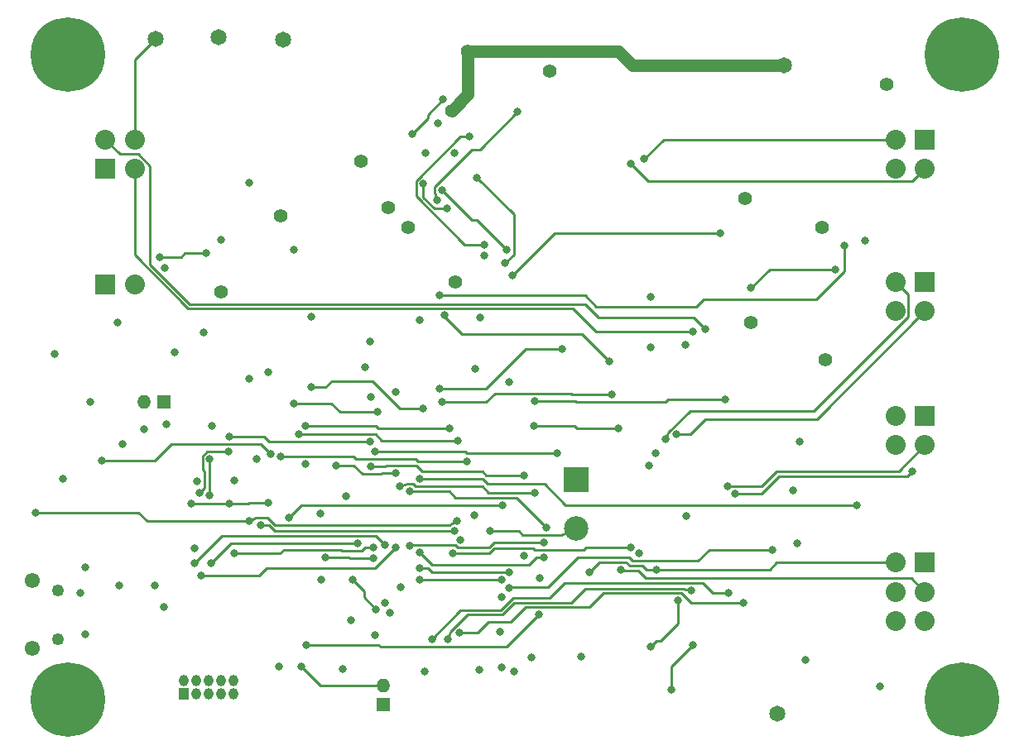
<source format=gbl>
*
*
G04 PADS VX.1.1 Build Number: 678707 generated Gerber (RS-274-X) file*
G04 PC Version=2.1*
*
%IN "pCO2SensorBoard1_4_3.pc"*%
*
%MOIN*%
*
%FSLAX35Y35*%
*
*
*
*
G04 PC Standard Apertures*
*
*
G04 Thermal Relief Aperture macro.*
%AMTER*
1,1,$1,0,0*
1,0,$1-$2,0,0*
21,0,$3,$4,0,0,45*
21,0,$3,$4,0,0,135*
%
*
*
G04 Annular Aperture macro.*
%AMANN*
1,1,$1,0,0*
1,0,$2,0,0*
%
*
*
G04 Odd Aperture macro.*
%AMODD*
1,1,$1,0,0*
1,0,$1-0.005,0,0*
%
*
*
G04 PC Custom Aperture Macros*
*
*
*
*
*
*
G04 PC Aperture Table*
*
%ADD011C,0.01*%
%ADD015R,0.08X0.08*%
%ADD016C,0.08*%
%ADD034R,0.055X0.055*%
%ADD043C,0.05*%
%ADD065C,0.055*%
%ADD087C,0.001*%
%ADD098C,0.04921*%
%ADD099C,0.06102*%
%ADD101O,0.055X0.055*%
%ADD236C,0.065*%
%ADD297C,0.09843*%
%ADD298R,0.09843X0.09843*%
%ADD299C,0.033*%
%ADD327R,0.0398X0.04528*%
%ADD328O,0.0398X0.04528*%
%ADD497C,0.3*%
*
*
*
*
G04 PC Circuitry*
G04 Layer Name pCO2SensorBoard1_4_3.pc - circuitry*
%LPD*%
*
*
G04 PC Custom Flashes*
G04 Layer Name pCO2SensorBoard1_4_3.pc - flashes*
%LPD*%
*
*
G04 PC Circuitry*
G04 Layer Name pCO2SensorBoard1_4_3.pc - circuitry*
%LPD*%
*
G54D11*
G01X247000Y125900D02*
X221600D01*
X214000Y133500*
X363000Y124000D02*
Y133500D01*
X371500Y142000*
X266500Y144500D02*
X278000Y156000D01*
X294135*
X299135Y161000*
X313740*
X319740Y167000*
X273000Y144500D02*
X273894Y147495D01*
X280727Y154328*
X294777*
X299549Y159100*
X322678*
X328178Y164600*
X368031*
X277500Y147000D02*
X284824D01*
X289324Y151500*
X298305*
X304305Y157500*
X330006*
X335506Y163000*
X366985*
X309500Y154500D02*
X296500Y141500D01*
X245574*
X245074Y142000*
X216000*
X354500Y141500D02*
X356722Y143722D01*
X358551*
X365500Y150672*
Y160000*
X244000Y156500D02*
X239250Y161250D01*
Y163750*
X234500Y168500*
X297500Y165000D02*
X298000Y165500D01*
X313289*
X325289Y177500*
X345739*
X371000Y164000D02*
Y164500D01*
X368131*
X368031Y164600*
X386000Y163000D02*
X379676D01*
X375676Y167000*
X319740*
X392000Y159000D02*
X370985D01*
X366985Y163000*
X465000Y163500D02*
X459500Y169000D01*
X352500*
X349500Y172000*
X342500*
Y172500*
X187000Y179000D02*
X205324D01*
X206824Y180500*
X229750*
X177500Y175000D02*
X185500Y183000D01*
X236500*
X173500Y170000D02*
X197000D01*
X200000Y173000*
X243500*
X252000Y181500*
X171000Y175000D02*
X182000Y186000D01*
X244000*
X238176Y180000D02*
X239676Y181500D01*
X243000*
X238176Y180000D02*
X230250D01*
X229750Y180500*
X247500Y182500D02*
X244000Y186000D01*
X243000Y177000D02*
X233500D01*
X233000Y177500*
X223500*
X257500Y182000D02*
Y182500D01*
X275750*
X261500Y168500D02*
X294500D01*
X289574Y181500D02*
X291574Y183500D01*
X311500*
X289574Y181500D02*
X276750D01*
X275750Y182500*
X275500Y188000D02*
X203211D01*
X200711Y190500*
X197500*
X275000Y179000D02*
X289574D01*
X291574Y181000*
X307250*
X305426Y174500D02*
X308426Y177500D01*
X311500*
X305426Y174500D02*
X266500D01*
X261500Y179500*
X297500Y171500D02*
X266494D01*
X264994Y173000*
X261500*
X324500Y189157D02*
X318642Y186500D01*
X303000*
X301500Y188000*
X290000*
X327676Y180500D02*
X328676Y181500D01*
X346500*
X327676Y180500D02*
X307750D01*
X307250Y181000*
X330000Y171500D02*
X334000Y175500D01*
X344539*
X357000Y172500D02*
X352756D01*
X351256Y174000*
X346039*
X344539Y175500*
X357000Y172500D02*
X402525D01*
X405325Y175300*
X453200*
X373676Y176000D02*
X347239D01*
X345739Y177500*
X373676Y176000D02*
X378176Y180500D01*
X403500*
X169500Y199000D02*
X185000D01*
X174945Y205445D02*
Y212055D01*
X174100Y212900*
Y218201*
X177000Y202500D02*
Y217000D01*
X173000Y203500D02*
X174945Y205445D01*
X185000Y199000D02*
X192500D01*
X193000Y199500*
X200500*
X209000Y193500D02*
X214000Y198500D01*
X295000*
X193000Y192000D02*
X195389Y193500D01*
X200211*
X193000Y192000D02*
X151750D01*
X148250Y195500*
X107000*
X253500Y206000D02*
X256389Y207000D01*
X259000*
X273782Y190500D02*
X273984Y190702D01*
X276373Y192202*
X273782Y190500D02*
X203211D01*
X200211Y193500*
X276500Y192000D02*
X276373Y192202D01*
X308000Y203500D02*
X289297D01*
X286797Y206000*
X260000*
X259000Y207000*
X312500Y189500D02*
X300500Y201500D01*
X275892*
X273392Y204000*
X257500*
X385500Y206000D02*
X399074D01*
X405074Y212000*
X454400*
X465000Y222600*
X388500Y203000D02*
X399074D01*
X406074Y210000*
X458000*
X460000Y212000*
X437500Y198500D02*
X320273D01*
X311773Y207000*
X288797*
X286797Y209000*
X261500*
X133500Y216500D02*
X154869D01*
X161369Y223000*
X197500*
X174100Y218201D02*
X175899Y220000D01*
X184500*
X201500Y219000D02*
X197500Y223000D01*
X245926Y211000D02*
X246426Y211500D01*
X252000*
X245926Y211000D02*
X238500D01*
X235000Y214500*
X228000*
X241500Y224000D02*
X200824D01*
X198824Y226000*
X185000*
X242000Y214000D02*
X247574D01*
X248074Y214500*
X260132*
X280500Y216000D02*
X260926D01*
X259926Y217000*
X236000*
X235000Y218000*
X205500*
X277000Y224500D02*
X246250D01*
X243750Y227000*
X213000*
X303500Y210500D02*
X288297D01*
X286797Y212000*
X262632*
X260132Y214500*
X317000Y219500D02*
X280500D01*
X280000Y220000*
X243500*
X360500Y225000D02*
X361644Y227745D01*
X370399Y236500*
X420312*
X458300Y274488*
X365000Y227000D02*
X370574D01*
X376574Y233000*
X421400*
X465000Y276600*
X218000Y246000D02*
X223574D01*
X226074Y248500*
X242500*
X244500Y236000D02*
X229500D01*
X226000Y239500*
X211000*
X263000Y237500D02*
X253500D01*
X242500Y248500*
X269500Y245500D02*
X288324D01*
X304324Y261500*
X319000*
X273500Y229500D02*
X245000D01*
X244000Y230500*
X215500*
X270500Y240000D02*
X288324D01*
X291824Y243500*
X322426*
X341500Y229500D02*
X325000D01*
X324000Y230500*
X307500*
X339000Y243000D02*
X322926D01*
X322426Y243500*
X360426Y240000D02*
X361426Y241000D01*
X384500*
X360426Y240000D02*
X324574D01*
X324074Y240500*
X308000*
X338000Y256500D02*
X327000Y267500D01*
X278399*
X271199Y274699*
X271500Y275000*
X372750Y278500D02*
X375750Y281500D01*
X421101*
X432500Y292899*
Y303000*
X372750Y278500D02*
X332541D01*
X328041Y283000*
X269500*
X371500Y268500D02*
X332520D01*
X323120Y277900*
X168236*
X146800Y299336*
Y334100*
X376500Y269500D02*
X372000Y274000D01*
X333541*
X328041Y279500*
X168899*
X153000Y295399*
Y335112*
X148112Y340000*
X140900*
X135000Y345900*
X395000Y286000D02*
X402500Y293500D01*
X429000*
X458300Y274488D02*
Y283300D01*
X453200Y288400*
X157000Y298500D02*
X165500D01*
X167000Y300000*
X175500*
X287500Y303500D02*
X279636D01*
X260100Y323036*
Y329201*
X299400Y299400D02*
Y315600D01*
X284500Y330500*
X299000Y291000D02*
X316000Y308000D01*
X382500*
X296500Y301500D02*
X284500Y313500D01*
X282500*
X270500Y325500*
X296000Y296000D02*
X299400Y299400D01*
X268000Y321000D02*
Y323824D01*
X267500Y324324*
Y326601*
X268000Y321000D02*
X268500D01*
Y321500*
X267500Y326601D02*
X282627Y341728D01*
X285728*
X301000Y357000*
X272500Y318000D02*
X267399D01*
X263000Y322399*
Y328000*
X146800Y345900D02*
Y378000D01*
X155200Y386400*
X260100Y329201D02*
X277899Y347000D01*
X281500*
X258500Y348000D02*
X264750Y354250D01*
Y355750*
X271000Y362000*
X352000Y338000D02*
X359900Y345900D01*
X453200*
X465000Y334100D02*
X459900Y329000D01*
X353500*
X346500Y336000*
G54D15*
X465000Y234400D03*
X135000Y334100D03*
Y287500D03*
X465000Y288400D03*
Y345900D03*
Y175300D03*
G54D16*
X453200Y234400D03*
X465000Y222600D03*
X453200D03*
X146800Y334100D03*
X135000Y345900D03*
X146800D03*
Y287500D03*
X453200Y288400D03*
X465000Y276600D03*
X453200D03*
Y345900D03*
X465000Y334100D03*
X453200D03*
Y175300D03*
X465000Y163500D03*
X453200D03*
X465000Y151700D03*
X453200D03*
G54D34*
X158400Y240200D03*
X247000Y118000D03*
G54D43*
X274500Y357500D02*
X281000Y364000D01*
Y381500*
X408126Y375913D02*
X347107D01*
X341520Y381500*
X281000*
G54D65*
X425000Y257000D03*
X181500Y284500D03*
X395000Y272000D03*
X276000Y288500D03*
X205500Y315000D03*
X249000Y318500D03*
X257000Y310500D03*
X392500Y322000D03*
X423500Y310500D03*
X238000Y337000D03*
X274500Y357500D03*
X449500Y368000D03*
X281000Y381500D03*
X314000Y373500D03*
G54D87*
G54D98*
X116030Y164243D03*
Y144557D03*
G54D99*
X105400Y140620D03*
Y168180D03*
G54D101*
X150500Y240200D03*
X247000Y125900D03*
G54D236*
X408126Y375913D03*
X180600Y387000D03*
X155200Y386400D03*
X405400Y114400D03*
X206600Y386200D03*
G54D297*
X324500Y189157D03*
G54D298*
Y208843D03*
G54D299*
X363000Y124000D03*
X447000Y125500D03*
X127000Y146500D03*
X205000Y133500D03*
X216000Y142000D03*
X214000Y133500D03*
X230500Y132500D03*
X243500Y146000D03*
X266500Y144500D03*
X263500Y131500D03*
X273000Y144500D03*
X277500Y147000D03*
X285500Y132000D03*
X306500Y137000D03*
X299500Y131500D03*
X294000Y147500D03*
X294500Y133000D03*
X326500Y137500D03*
X354500Y141500D03*
X371500Y142000D03*
X417000Y136000D03*
X125000Y163000D03*
X140500Y166000D03*
X155000D03*
X158500Y157500D03*
X244000Y156500D03*
X234000Y152000D03*
X247500Y159000D03*
X249500Y155000D03*
X254000Y165500D03*
X297500Y165000D03*
X309500Y154500D03*
X294500Y161500D03*
X365500Y160000D03*
X371000Y164000D03*
X386000Y163000D03*
X392000Y159000D03*
X127000Y173500D03*
X187000Y179000D03*
X177500Y175000D03*
X173500Y170000D03*
X171000Y175000D03*
Y181000D03*
X223500Y177500D03*
X222000Y168500D03*
X243000Y181500D03*
X236500Y183000D03*
X247500Y182500D03*
X243000Y177000D03*
X234500Y168500D03*
X252000Y181500D03*
X261500Y173000D03*
X257500Y182000D03*
X261500Y179500D03*
Y168500D03*
X275500Y188000D03*
X275000Y179000D03*
X278000Y184500D03*
X290000Y188000D03*
X297500Y171500D03*
X303500Y178000D03*
X294500Y168500D03*
X311500Y183500D03*
Y177500D03*
X310000Y169000D03*
X342500Y172500D03*
X330000Y171500D03*
X346500Y181500D03*
X357000Y172500D03*
X350000Y179000D03*
X403500Y180500D03*
X413500Y183000D03*
X107000Y195500D03*
X169500Y199000D03*
X177000Y202500D03*
X173000Y203500D03*
X172000Y208000D03*
X185000Y199000D03*
X209000Y193500D03*
X197500Y190500D03*
X193000Y192000D03*
X200500Y199500D03*
X221500Y195000D03*
X232000Y202000D03*
X257500Y204000D03*
X253500Y206000D03*
X276500Y192000D03*
X283500Y194500D03*
X295000Y198500D03*
X308000Y203500D03*
X312500Y189500D03*
X369000Y194000D03*
X385500Y206000D03*
X388500Y203000D03*
X412000Y204500D03*
X437500Y198500D03*
X118000Y209000D03*
X133500Y216500D03*
X142000Y223000D03*
X177000Y217000D03*
X184500Y220000D03*
X185000Y226000D03*
X187000Y208500D03*
X201500Y219000D03*
X205500Y218000D03*
X196000Y217000D03*
X228000Y214500D03*
X213000Y227000D03*
X215500Y215000D03*
X243500Y220000D03*
X241500Y224000D03*
X242000Y214000D03*
X252000Y211500D03*
X261500Y209000D03*
X280500Y216000D03*
X277000Y224500D03*
X303500Y210500D03*
X317000Y219500D03*
X360500Y225000D03*
X365000Y227000D03*
X354000Y214500D03*
X356500Y219500D03*
X414500Y224000D03*
X460000Y212000D03*
X129000Y240000D03*
X159500Y231000D03*
X150500Y229000D03*
X178000Y230500D03*
X218000Y246000D03*
X211000Y239500D03*
X215500Y230500D03*
X244500Y236000D03*
X242000Y242000D03*
X263000Y237500D03*
X269500Y245500D03*
X252000Y244000D03*
X273500Y229500D03*
X270500Y240000D03*
X307500Y230500D03*
X308000Y240500D03*
X297500Y248000D03*
X341500Y229500D03*
X339000Y243000D03*
X384500Y241000D03*
X114500Y259500D03*
X163000Y260000D03*
X174500Y268000D03*
X193000Y249500D03*
X200500Y252000D03*
X239500Y254000D03*
X241500Y264500D03*
X284000Y253500D03*
X319000Y261500D03*
X338000Y256500D03*
X368500Y263000D03*
X354500Y262000D03*
X140000Y272000D03*
X218000Y274500D03*
X269500Y283000D03*
X261500Y273000D03*
X271500Y275000D03*
X286000Y274000D03*
X354500Y282500D03*
X371500Y268500D03*
X376500Y269500D03*
X395000Y286000D03*
X157000Y298500D03*
X159000Y294000D03*
X175500Y300000D03*
X181500Y305500D03*
X211000Y301500D03*
X287500Y303500D03*
Y299000D03*
X299000Y291000D03*
X296500Y301500D03*
X296000Y296000D03*
X382500Y308000D03*
X429000Y293500D03*
X432500Y303000D03*
X441000Y305000D03*
X268500Y321500D03*
X263000Y328000D03*
X270500Y325500D03*
X272500Y318000D03*
X193000Y328500D03*
X258500Y348000D03*
X264000Y340500D03*
X284500Y330500D03*
X281500Y347000D03*
X275500Y340500D03*
X346500Y336000D03*
X352000Y338000D03*
X269000Y352500D03*
X271000Y362000D03*
X301000Y357000D03*
G54D327*
X166500Y122250D03*
G54D328*
Y127750D03*
X171500Y122250D03*
Y127750D03*
X176500Y122250D03*
Y127750D03*
X181500Y122250D03*
Y127750D03*
X186500Y122250D03*
Y127750D03*
G54D497*
X120000Y380000D03*
X480000D03*
Y120000D03*
X120000D03*
X0Y0D02*
M02*

</source>
